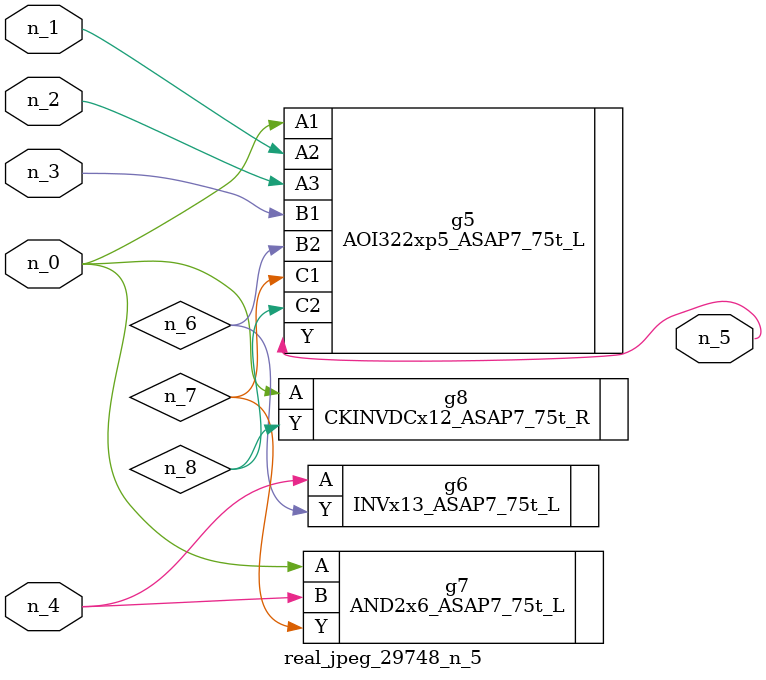
<source format=v>
module real_jpeg_29748_n_5 (n_4, n_0, n_1, n_2, n_3, n_5);

input n_4;
input n_0;
input n_1;
input n_2;
input n_3;

output n_5;

wire n_8;
wire n_6;
wire n_7;

AOI322xp5_ASAP7_75t_L g5 ( 
.A1(n_0),
.A2(n_1),
.A3(n_2),
.B1(n_3),
.B2(n_6),
.C1(n_7),
.C2(n_8),
.Y(n_5)
);

AND2x6_ASAP7_75t_L g7 ( 
.A(n_0),
.B(n_4),
.Y(n_7)
);

CKINVDCx12_ASAP7_75t_R g8 ( 
.A(n_0),
.Y(n_8)
);

INVx13_ASAP7_75t_L g6 ( 
.A(n_4),
.Y(n_6)
);


endmodule
</source>
